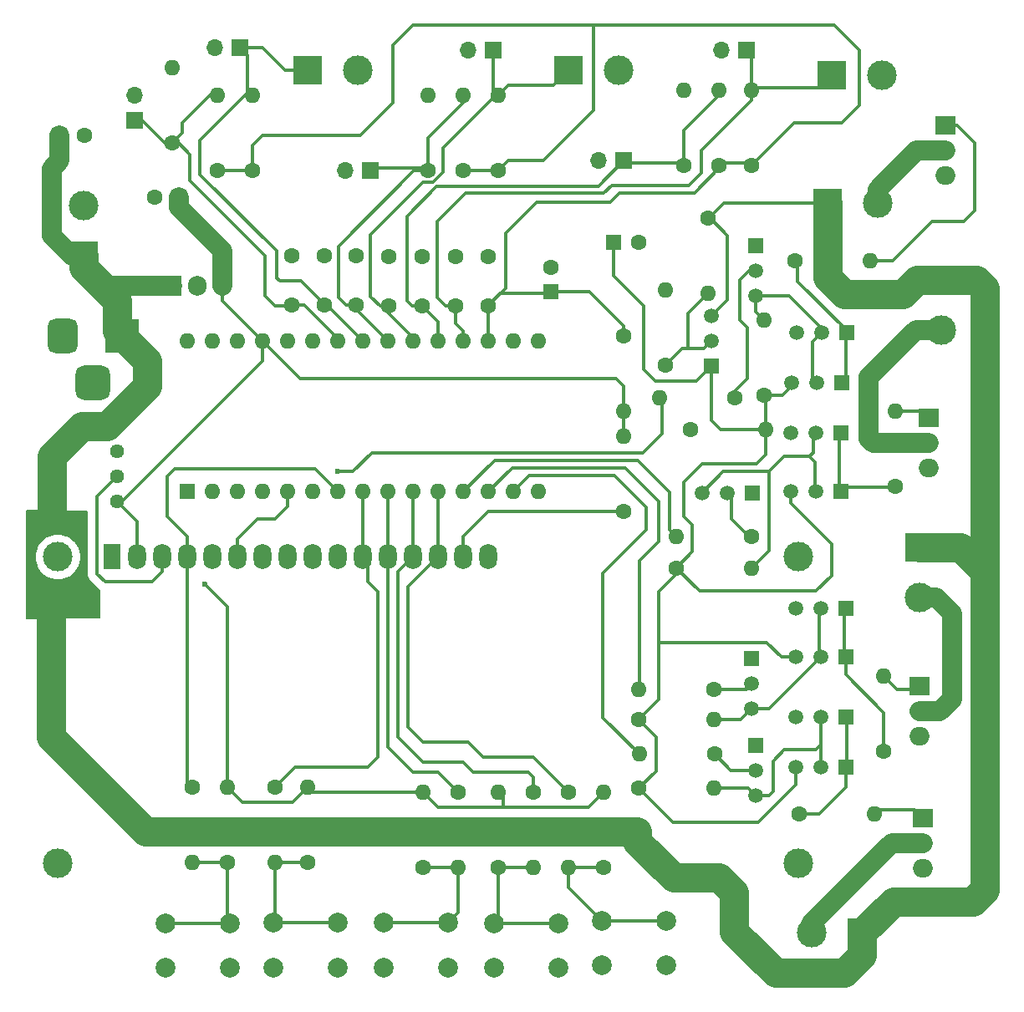
<source format=gbr>
%TF.GenerationSoftware,KiCad,Pcbnew,7.0.11+dfsg-1build4*%
%TF.CreationDate,2025-08-23T12:11:09-05:00*%
%TF.ProjectId,SilentTempController,53696c65-6e74-4546-956d-70436f6e7472,rev?*%
%TF.SameCoordinates,Original*%
%TF.FileFunction,Copper,L2,Bot*%
%TF.FilePolarity,Positive*%
%FSLAX46Y46*%
G04 Gerber Fmt 4.6, Leading zero omitted, Abs format (unit mm)*
G04 Created by KiCad (PCBNEW 7.0.11+dfsg-1build4) date 2025-08-23 12:11:09*
%MOMM*%
%LPD*%
G01*
G04 APERTURE LIST*
G04 Aperture macros list*
%AMRoundRect*
0 Rectangle with rounded corners*
0 $1 Rounding radius*
0 $2 $3 $4 $5 $6 $7 $8 $9 X,Y pos of 4 corners*
0 Add a 4 corners polygon primitive as box body*
4,1,4,$2,$3,$4,$5,$6,$7,$8,$9,$2,$3,0*
0 Add four circle primitives for the rounded corners*
1,1,$1+$1,$2,$3*
1,1,$1+$1,$4,$5*
1,1,$1+$1,$6,$7*
1,1,$1+$1,$8,$9*
0 Add four rect primitives between the rounded corners*
20,1,$1+$1,$2,$3,$4,$5,0*
20,1,$1+$1,$4,$5,$6,$7,0*
20,1,$1+$1,$6,$7,$8,$9,0*
20,1,$1+$1,$8,$9,$2,$3,0*%
G04 Aperture macros list end*
%TA.AperFunction,ComponentPad*%
%ADD10C,1.600000*%
%TD*%
%TA.AperFunction,ComponentPad*%
%ADD11O,1.600000X1.600000*%
%TD*%
%TA.AperFunction,ComponentPad*%
%ADD12C,1.500000*%
%TD*%
%TA.AperFunction,ComponentPad*%
%ADD13R,1.500000X1.500000*%
%TD*%
%TA.AperFunction,ComponentPad*%
%ADD14R,1.600000X1.600000*%
%TD*%
%TA.AperFunction,ComponentPad*%
%ADD15C,3.000000*%
%TD*%
%TA.AperFunction,ComponentPad*%
%ADD16R,3.000000X3.000000*%
%TD*%
%TA.AperFunction,ComponentPad*%
%ADD17R,2.000000X1.905000*%
%TD*%
%TA.AperFunction,ComponentPad*%
%ADD18O,2.000000X1.905000*%
%TD*%
%TA.AperFunction,ComponentPad*%
%ADD19C,2.000000*%
%TD*%
%TA.AperFunction,ComponentPad*%
%ADD20O,1.700000X1.700000*%
%TD*%
%TA.AperFunction,ComponentPad*%
%ADD21R,1.700000X1.700000*%
%TD*%
%TA.AperFunction,ComponentPad*%
%ADD22R,1.905000X2.000000*%
%TD*%
%TA.AperFunction,ComponentPad*%
%ADD23O,1.905000X2.000000*%
%TD*%
%TA.AperFunction,ComponentPad*%
%ADD24C,1.440000*%
%TD*%
%TA.AperFunction,ComponentPad*%
%ADD25R,3.500000X3.500000*%
%TD*%
%TA.AperFunction,ComponentPad*%
%ADD26RoundRect,0.750000X-0.750000X-1.000000X0.750000X-1.000000X0.750000X1.000000X-0.750000X1.000000X0*%
%TD*%
%TA.AperFunction,ComponentPad*%
%ADD27RoundRect,0.875000X-0.875000X-0.875000X0.875000X-0.875000X0.875000X0.875000X-0.875000X0.875000X0*%
%TD*%
%TA.AperFunction,ComponentPad*%
%ADD28O,1.800000X2.600000*%
%TD*%
%TA.AperFunction,ComponentPad*%
%ADD29R,1.800000X2.600000*%
%TD*%
%TA.AperFunction,ViaPad*%
%ADD30C,0.600000*%
%TD*%
%TA.AperFunction,Conductor*%
%ADD31C,2.000000*%
%TD*%
%TA.AperFunction,Conductor*%
%ADD32C,0.350000*%
%TD*%
%TA.AperFunction,Conductor*%
%ADD33C,3.000000*%
%TD*%
%TA.AperFunction,Conductor*%
%ADD34C,1.500000*%
%TD*%
G04 APERTURE END LIST*
D10*
%TO.P,R31,1*%
%TO.N,Net-(Q13-B)*%
X172313600Y-89535000D03*
D11*
%TO.P,R31,2*%
%TO.N,/OC2B*%
X164693600Y-89535000D03*
%TD*%
D10*
%TO.P,R36,1*%
%TO.N,Net-(Q17-B)*%
X165252400Y-86258400D03*
D11*
%TO.P,R36,2*%
%TO.N,GND*%
X165252400Y-78638400D03*
%TD*%
D10*
%TO.P,R35,1*%
%TO.N,GND*%
X167817800Y-92786200D03*
D11*
%TO.P,R35,2*%
%TO.N,+12V*%
X175437800Y-92786200D03*
%TD*%
D10*
%TO.P,R34,1*%
%TO.N,+24V*%
X169595800Y-71323200D03*
D11*
%TO.P,R34,2*%
%TO.N,Net-(Q17-B)*%
X169595800Y-78943200D03*
%TD*%
D12*
%TO.P,Q17,3,C*%
%TO.N,+24V*%
X169900600Y-81254600D03*
%TO.P,Q17,2,B*%
%TO.N,Net-(Q17-B)*%
X169900600Y-83794600D03*
D13*
%TO.P,Q17,1,E*%
%TO.N,+12V*%
X169900600Y-86334600D03*
%TD*%
D14*
%TO.P,C11,1*%
%TO.N,+12V*%
X160020000Y-73761600D03*
D10*
%TO.P,C11,2*%
%TO.N,GND*%
X162520000Y-73761600D03*
%TD*%
D15*
%TO.P,J14,2,Pin_2*%
%TO.N,Net-(J14-Pin_2)*%
X180086000Y-143764000D03*
D16*
%TO.P,J14,1,Pin_1*%
%TO.N,+24V*%
X185166000Y-143764000D03*
%TD*%
D10*
%TO.P,C10,2*%
%TO.N,GND*%
X127431800Y-75137000D03*
%TO.P,C10,1*%
%TO.N,/NTC3REF*%
X127431800Y-80137000D03*
%TD*%
%TO.P,C9,2*%
%TO.N,GND*%
X133934200Y-75162400D03*
%TO.P,C9,1*%
%TO.N,/NTC2REF*%
X133934200Y-80162400D03*
%TD*%
%TO.P,C8,2*%
%TO.N,GND*%
X140639800Y-75213200D03*
%TO.P,C8,1*%
%TO.N,/NTC1REF*%
X140639800Y-80213200D03*
%TD*%
D11*
%TO.P,R33,2*%
%TO.N,Net-(Q16-G)*%
X185978800Y-75641200D03*
D10*
%TO.P,R33,1*%
%TO.N,Net-(Q14-E)*%
X178358800Y-75641200D03*
%TD*%
%TO.P,R32,1*%
%TO.N,+12V*%
X175234600Y-89281000D03*
D11*
%TO.P,R32,2*%
%TO.N,Net-(Q13-C)*%
X175234600Y-81661000D03*
%TD*%
D10*
%TO.P,R30,1*%
%TO.N,Net-(Q10-E)*%
X178816000Y-131699000D03*
D11*
%TO.P,R30,2*%
%TO.N,Net-(Q12-G)*%
X186436000Y-131699000D03*
%TD*%
D10*
%TO.P,R29,1*%
%TO.N,+12V*%
X162570000Y-129100000D03*
D11*
%TO.P,R29,2*%
%TO.N,Net-(Q10-B)*%
X170190000Y-129100000D03*
%TD*%
D10*
%TO.P,R28,1*%
%TO.N,Net-(Q9-B)*%
X170220000Y-125620000D03*
D11*
%TO.P,R28,2*%
%TO.N,/OC2A*%
X162600000Y-125620000D03*
%TD*%
D10*
%TO.P,R27,1*%
%TO.N,Net-(Q6-E)*%
X187375800Y-125323600D03*
D11*
%TO.P,R27,2*%
%TO.N,Net-(Q8-G)*%
X187375800Y-117703600D03*
%TD*%
D10*
%TO.P,R26,1*%
%TO.N,+12V*%
X162560000Y-122174000D03*
D11*
%TO.P,R26,2*%
%TO.N,Net-(Q5-C)*%
X170180000Y-122174000D03*
%TD*%
D10*
%TO.P,R25,1*%
%TO.N,+12V*%
X166370000Y-106781600D03*
D11*
%TO.P,R25,2*%
%TO.N,Net-(Q1-C)*%
X173990000Y-106781600D03*
%TD*%
%TO.P,R24,2*%
%TO.N,/OC1B*%
X162560000Y-119075200D03*
D10*
%TO.P,R24,1*%
%TO.N,Net-(Q5-B)*%
X170180000Y-119075200D03*
%TD*%
%TO.P,R23,1*%
%TO.N,Net-(Q2-E)*%
X188518800Y-98552000D03*
D11*
%TO.P,R23,2*%
%TO.N,Net-(Q3-G)*%
X188518800Y-90932000D03*
%TD*%
D10*
%TO.P,R22,1*%
%TO.N,Net-(Q1-B)*%
X173990000Y-103632000D03*
D11*
%TO.P,R22,2*%
%TO.N,/OC1A*%
X166370000Y-103632000D03*
%TD*%
D17*
%TO.P,Q16,1,G*%
%TO.N,Net-(Q16-G)*%
X193649600Y-61976000D03*
D18*
%TO.P,Q16,2,D*%
%TO.N,Net-(J15-Pin_2)*%
X193649600Y-64516000D03*
%TO.P,Q16,3,S*%
%TO.N,GND*%
X193649600Y-67056000D03*
%TD*%
D13*
%TO.P,Q15,1,E*%
%TO.N,Net-(Q14-E)*%
X183591200Y-82956400D03*
D12*
%TO.P,Q15,2,B*%
%TO.N,Net-(Q13-C)*%
X181051200Y-82956400D03*
%TO.P,Q15,3,C*%
%TO.N,GND*%
X178511200Y-82956400D03*
%TD*%
D13*
%TO.P,Q14,1,E*%
%TO.N,Net-(Q14-E)*%
X183108600Y-87985600D03*
D12*
%TO.P,Q14,2,B*%
%TO.N,Net-(Q13-C)*%
X180568600Y-87985600D03*
%TO.P,Q14,3,C*%
%TO.N,+12V*%
X178028600Y-87985600D03*
%TD*%
%TO.P,Q13,3,C*%
%TO.N,Net-(Q13-C)*%
X174396400Y-79197200D03*
%TO.P,Q13,2,B*%
%TO.N,Net-(Q13-B)*%
X174396400Y-76657200D03*
D13*
%TO.P,Q13,1,E*%
%TO.N,GND*%
X174396400Y-74117200D03*
%TD*%
D18*
%TO.P,Q12,3,S*%
%TO.N,GND*%
X191287400Y-137185400D03*
%TO.P,Q12,2,D*%
%TO.N,Net-(J14-Pin_2)*%
X191287400Y-134645400D03*
D17*
%TO.P,Q12,1,G*%
%TO.N,Net-(Q12-G)*%
X191287400Y-132105400D03*
%TD*%
D13*
%TO.P,Q11,1,E*%
%TO.N,Net-(Q10-E)*%
X183515000Y-121920000D03*
D12*
%TO.P,Q11,2,B*%
%TO.N,Net-(Q10-B)*%
X180975000Y-121920000D03*
%TO.P,Q11,3,C*%
%TO.N,GND*%
X178435000Y-121920000D03*
%TD*%
D13*
%TO.P,Q10,1,E*%
%TO.N,Net-(Q10-E)*%
X183515000Y-127000000D03*
D12*
%TO.P,Q10,2,B*%
%TO.N,Net-(Q10-B)*%
X180975000Y-127000000D03*
%TO.P,Q10,3,C*%
%TO.N,+12V*%
X178435000Y-127000000D03*
%TD*%
D13*
%TO.P,Q9,1,E*%
%TO.N,GND*%
X174370000Y-124750000D03*
D12*
%TO.P,Q9,2,B*%
%TO.N,Net-(Q9-B)*%
X174370000Y-127290000D03*
%TO.P,Q9,3,C*%
%TO.N,Net-(Q10-B)*%
X174370000Y-129830000D03*
%TD*%
D18*
%TO.P,Q8,3,S*%
%TO.N,GND*%
X191008000Y-123825000D03*
%TO.P,Q8,2,D*%
%TO.N,Net-(J13-Pin_2)*%
X191008000Y-121285000D03*
D17*
%TO.P,Q8,1,G*%
%TO.N,Net-(Q8-G)*%
X191008000Y-118745000D03*
%TD*%
D13*
%TO.P,Q7,1,E*%
%TO.N,Net-(Q6-E)*%
X183515000Y-110871000D03*
D12*
%TO.P,Q7,2,B*%
%TO.N,Net-(Q5-C)*%
X180975000Y-110871000D03*
%TO.P,Q7,3,C*%
%TO.N,GND*%
X178435000Y-110871000D03*
%TD*%
D13*
%TO.P,Q6,1,E*%
%TO.N,Net-(Q6-E)*%
X183515000Y-115824000D03*
D12*
%TO.P,Q6,2,B*%
%TO.N,Net-(Q5-C)*%
X180975000Y-115824000D03*
%TO.P,Q6,3,C*%
%TO.N,+12V*%
X178435000Y-115824000D03*
%TD*%
D13*
%TO.P,Q5,1,E*%
%TO.N,GND*%
X173990000Y-115976400D03*
D12*
%TO.P,Q5,2,B*%
%TO.N,Net-(Q5-B)*%
X173990000Y-118516400D03*
%TO.P,Q5,3,C*%
%TO.N,Net-(Q5-C)*%
X173990000Y-121056400D03*
%TD*%
D13*
%TO.P,Q4,1,E*%
%TO.N,Net-(Q2-E)*%
X183007000Y-98983800D03*
D12*
%TO.P,Q4,2,B*%
%TO.N,Net-(Q1-C)*%
X180467000Y-98983800D03*
%TO.P,Q4,3,C*%
%TO.N,+12V*%
X177927000Y-98983800D03*
%TD*%
D17*
%TO.P,Q3,1,G*%
%TO.N,Net-(Q3-G)*%
X191897000Y-91541600D03*
D18*
%TO.P,Q3,2,D*%
%TO.N,Net-(J12-Pin_2)*%
X191897000Y-94081600D03*
%TO.P,Q3,3,S*%
%TO.N,GND*%
X191897000Y-96621600D03*
%TD*%
D13*
%TO.P,Q2,1,E*%
%TO.N,Net-(Q2-E)*%
X183007000Y-93091000D03*
D12*
%TO.P,Q2,2,B*%
%TO.N,Net-(Q1-C)*%
X180467000Y-93091000D03*
%TO.P,Q2,3,C*%
%TO.N,GND*%
X177927000Y-93091000D03*
%TD*%
D13*
%TO.P,Q1,1,E*%
%TO.N,GND*%
X174040800Y-99161600D03*
D12*
%TO.P,Q1,2,B*%
%TO.N,Net-(Q1-B)*%
X171500800Y-99161600D03*
%TO.P,Q1,3,C*%
%TO.N,Net-(Q1-C)*%
X168960800Y-99161600D03*
%TD*%
D16*
%TO.P,J15,1,Pin_1*%
%TO.N,+24V*%
X181660800Y-69799200D03*
D15*
%TO.P,J15,2,Pin_2*%
%TO.N,Net-(J15-Pin_2)*%
X186740800Y-69799200D03*
%TD*%
D16*
%TO.P,J13,1,Pin_1*%
%TO.N,+24V*%
X191008000Y-104698800D03*
D15*
%TO.P,J13,2,Pin_2*%
%TO.N,Net-(J13-Pin_2)*%
X191008000Y-109778800D03*
%TD*%
D16*
%TO.P,J12,1,Pin_1*%
%TO.N,+24V*%
X193192400Y-77571600D03*
D15*
%TO.P,J12,2,Pin_2*%
%TO.N,Net-(J12-Pin_2)*%
X193192400Y-82651600D03*
%TD*%
D19*
%TO.P,SW5,1,1*%
%TO.N,GND*%
X114606000Y-147320000D03*
X121106000Y-147320000D03*
%TO.P,SW5,2,2*%
%TO.N,Net-(R10-Pad2)*%
X114606000Y-142820000D03*
X121106000Y-142820000D03*
%TD*%
%TO.P,SW4,1,1*%
%TO.N,GND*%
X158802000Y-147030000D03*
X165302000Y-147030000D03*
%TO.P,SW4,2,2*%
%TO.N,Net-(R8-Pad2)*%
X158802000Y-142530000D03*
X165302000Y-142530000D03*
%TD*%
%TO.P,SW3,1,1*%
%TO.N,GND*%
X147932000Y-147320000D03*
X154432000Y-147320000D03*
%TO.P,SW3,2,2*%
%TO.N,Net-(R6-Pad2)*%
X147932000Y-142820000D03*
X154432000Y-142820000D03*
%TD*%
%TO.P,SW2,2,2*%
%TO.N,Net-(R4-Pad2)*%
X143256000Y-142748000D03*
X136756000Y-142748000D03*
%TO.P,SW2,1,1*%
%TO.N,GND*%
X143256000Y-147248000D03*
X136756000Y-147248000D03*
%TD*%
%TO.P,SW1,1,1*%
%TO.N,GND*%
X125580000Y-147248000D03*
X132080000Y-147248000D03*
%TO.P,SW1,2,2*%
%TO.N,Net-(R2-Pad2)*%
X125580000Y-142748000D03*
X132080000Y-142748000D03*
%TD*%
D10*
%TO.P,R21,1*%
%TO.N,/VREF*%
X123444000Y-66548000D03*
D11*
%TO.P,R21,2*%
%TO.N,/NTC3*%
X123444000Y-58928000D03*
%TD*%
%TO.P,R20,2*%
%TO.N,GND*%
X115265200Y-56134000D03*
D10*
%TO.P,R20,1*%
%TO.N,/NTC3REF*%
X115265200Y-63754000D03*
%TD*%
%TO.P,R19,1*%
%TO.N,/VREF*%
X119888000Y-66548000D03*
D11*
%TO.P,R19,2*%
%TO.N,/NTC3REF*%
X119888000Y-58928000D03*
%TD*%
D10*
%TO.P,R18,1*%
%TO.N,/VREF*%
X148336000Y-66548000D03*
D11*
%TO.P,R18,2*%
%TO.N,/NTC2*%
X148336000Y-58928000D03*
%TD*%
%TO.P,R17,2*%
%TO.N,GND*%
X141224000Y-58928000D03*
D10*
%TO.P,R17,1*%
%TO.N,/NTC2REF*%
X141224000Y-66548000D03*
%TD*%
%TO.P,R16,1*%
%TO.N,/VREF*%
X144780000Y-66548000D03*
D11*
%TO.P,R16,2*%
%TO.N,/NTC2REF*%
X144780000Y-58928000D03*
%TD*%
D10*
%TO.P,R15,1*%
%TO.N,/VREF*%
X173990000Y-66040000D03*
D11*
%TO.P,R15,2*%
%TO.N,/NTC1*%
X173990000Y-58420000D03*
%TD*%
%TO.P,R14,2*%
%TO.N,GND*%
X167132000Y-58420000D03*
D10*
%TO.P,R14,1*%
%TO.N,/NTC1REF*%
X167132000Y-66040000D03*
%TD*%
D11*
%TO.P,R13,2*%
%TO.N,/NTC1REF*%
X170688000Y-58420000D03*
D10*
%TO.P,R13,1*%
%TO.N,/VREF*%
X170688000Y-66040000D03*
%TD*%
%TO.P,R12,1*%
%TO.N,/VREF*%
X161036000Y-83312000D03*
D11*
%TO.P,R12,2*%
%TO.N,+5V*%
X161036000Y-90932000D03*
%TD*%
D10*
%TO.P,R11,1*%
%TO.N,Net-(R10-Pad2)*%
X120904000Y-136652000D03*
D11*
%TO.P,R11,2*%
%TO.N,+5V*%
X120904000Y-129032000D03*
%TD*%
%TO.P,R10,2*%
%TO.N,Net-(R10-Pad2)*%
X117348000Y-136652000D03*
D10*
%TO.P,R10,1*%
%TO.N,/RSDISP*%
X117348000Y-129032000D03*
%TD*%
D11*
%TO.P,R9,2*%
%TO.N,+5V*%
X159004000Y-129540000D03*
D10*
%TO.P,R9,1*%
%TO.N,Net-(R8-Pad2)*%
X159004000Y-137160000D03*
%TD*%
D11*
%TO.P,R8,2*%
%TO.N,Net-(R8-Pad2)*%
X155448000Y-137160000D03*
D10*
%TO.P,R8,1*%
%TO.N,/D7DISP*%
X155448000Y-129540000D03*
%TD*%
%TO.P,R7,1*%
%TO.N,Net-(R6-Pad2)*%
X148336000Y-137160000D03*
D11*
%TO.P,R7,2*%
%TO.N,+5V*%
X148336000Y-129540000D03*
%TD*%
D10*
%TO.P,R6,1*%
%TO.N,/D6DISP*%
X151892000Y-129540000D03*
D11*
%TO.P,R6,2*%
%TO.N,Net-(R6-Pad2)*%
X151892000Y-137160000D03*
%TD*%
D10*
%TO.P,R5,1*%
%TO.N,Net-(R4-Pad2)*%
X140716000Y-137160000D03*
D11*
%TO.P,R5,2*%
%TO.N,+5V*%
X140716000Y-129540000D03*
%TD*%
D10*
%TO.P,R4,1*%
%TO.N,/D5DISP*%
X144272000Y-129540000D03*
D11*
%TO.P,R4,2*%
%TO.N,Net-(R4-Pad2)*%
X144272000Y-137160000D03*
%TD*%
D10*
%TO.P,R3,1*%
%TO.N,Net-(R2-Pad2)*%
X129032000Y-136652000D03*
D11*
%TO.P,R3,2*%
%TO.N,+5V*%
X129032000Y-129032000D03*
%TD*%
D10*
%TO.P,R2,1*%
%TO.N,/D4DISP*%
X125730000Y-129032000D03*
D11*
%TO.P,R2,2*%
%TO.N,Net-(R2-Pad2)*%
X125730000Y-136652000D03*
%TD*%
D20*
%TO.P,J11,2,Pin_2*%
%TO.N,GND*%
X111506000Y-58928000D03*
D21*
%TO.P,J11,1,Pin_1*%
%TO.N,/NTC3REF*%
X111506000Y-61468000D03*
%TD*%
%TO.P,J10,1,Pin_1*%
%TO.N,/NTC2REF*%
X135382000Y-66548000D03*
D20*
%TO.P,J10,2,Pin_2*%
%TO.N,GND*%
X132842000Y-66548000D03*
%TD*%
D21*
%TO.P,J9,1,Pin_1*%
%TO.N,/NTC1REF*%
X161036000Y-65532000D03*
D20*
%TO.P,J9,2,Pin_2*%
%TO.N,GND*%
X158496000Y-65532000D03*
%TD*%
D16*
%TO.P,J8,1,Pin_1*%
%TO.N,/NTC3*%
X129032000Y-56388000D03*
D15*
%TO.P,J8,2,Pin_2*%
%TO.N,GND*%
X134112000Y-56388000D03*
%TD*%
D20*
%TO.P,J7,2,Pin_2*%
%TO.N,GND*%
X119634000Y-54102000D03*
D21*
%TO.P,J7,1,Pin_1*%
%TO.N,/NTC3*%
X122174000Y-54102000D03*
%TD*%
D16*
%TO.P,J6,1,Pin_1*%
%TO.N,/NTC2*%
X155448000Y-56388000D03*
D15*
%TO.P,J6,2,Pin_2*%
%TO.N,GND*%
X160528000Y-56388000D03*
%TD*%
D21*
%TO.P,J5,1,Pin_1*%
%TO.N,/NTC2*%
X147828000Y-54356000D03*
D20*
%TO.P,J5,2,Pin_2*%
%TO.N,GND*%
X145288000Y-54356000D03*
%TD*%
D16*
%TO.P,J4,1,Pin_1*%
%TO.N,/NTC1*%
X182118000Y-56896000D03*
D15*
%TO.P,J4,2,Pin_2*%
%TO.N,GND*%
X187198000Y-56896000D03*
%TD*%
D21*
%TO.P,J3,1,Pin_1*%
%TO.N,/NTC1*%
X173482000Y-54356000D03*
D20*
%TO.P,J3,2,Pin_2*%
%TO.N,GND*%
X170942000Y-54356000D03*
%TD*%
D10*
%TO.P,C7,1*%
%TO.N,/NTC3*%
X130683000Y-80162400D03*
%TO.P,C7,2*%
%TO.N,GND*%
X130683000Y-75162400D03*
%TD*%
%TO.P,C6,1*%
%TO.N,/NTC2*%
X137236200Y-80238600D03*
%TO.P,C6,2*%
%TO.N,GND*%
X137236200Y-75238600D03*
%TD*%
%TO.P,C5,1*%
%TO.N,/NTC1*%
X143992600Y-80213200D03*
%TO.P,C5,2*%
%TO.N,GND*%
X143992600Y-75213200D03*
%TD*%
D14*
%TO.P,C4,1*%
%TO.N,/VREF*%
X153644600Y-78816200D03*
D10*
%TO.P,C4,2*%
%TO.N,GND*%
X153644600Y-76316200D03*
%TD*%
%TO.P,C3,1*%
%TO.N,/VREF*%
X147294600Y-80213200D03*
%TO.P,C3,2*%
%TO.N,GND*%
X147294600Y-75213200D03*
%TD*%
D22*
%TO.P,U1,1,VI*%
%TO.N,+24V*%
X115316000Y-78232000D03*
D23*
%TO.P,U1,2,GND*%
%TO.N,GND*%
X117856000Y-78232000D03*
%TO.P,U1,3,VO*%
%TO.N,+5V*%
X120396000Y-78232000D03*
%TD*%
D24*
%TO.P,RV1,1,1*%
%TO.N,+5V*%
X109728000Y-100076000D03*
%TO.P,RV1,2,2*%
%TO.N,Net-(DS1-VO)*%
X109728000Y-97536000D03*
%TO.P,RV1,3,3*%
%TO.N,GND*%
X109728000Y-94996000D03*
%TD*%
D10*
%TO.P,R1,1*%
%TO.N,Net-(DS1-LED(+))*%
X161036000Y-101092000D03*
D11*
%TO.P,R1,2*%
%TO.N,+5V*%
X161036000Y-93472000D03*
%TD*%
D16*
%TO.P,J2,1,Pin_1*%
%TO.N,+24V*%
X106324400Y-75133200D03*
D15*
%TO.P,J2,2,Pin_2*%
%TO.N,GND*%
X106324400Y-70053200D03*
%TD*%
D25*
%TO.P,J1,1*%
%TO.N,+24V*%
X110236000Y-83312000D03*
D26*
%TO.P,J1,2*%
%TO.N,GND*%
X104236000Y-83312000D03*
D27*
%TO.P,J1,3*%
%TO.N,unconnected-(J1-Pad3)*%
X107236000Y-88012000D03*
%TD*%
D28*
%TO.P,DS1,16,LED(-)*%
%TO.N,GND*%
X147320000Y-105664000D03*
%TO.P,DS1,15,LED(+)*%
%TO.N,Net-(DS1-LED(+))*%
X144780000Y-105664000D03*
%TO.P,DS1,14,D7*%
%TO.N,/D7DISP*%
X142240000Y-105664000D03*
%TO.P,DS1,13,D6*%
%TO.N,/D6DISP*%
X139700000Y-105664000D03*
%TO.P,DS1,12,D5*%
%TO.N,/D5DISP*%
X137160000Y-105664000D03*
%TO.P,DS1,11,D4*%
%TO.N,/D4DISP*%
X134620000Y-105664000D03*
%TO.P,DS1,10,D3*%
%TO.N,unconnected-(DS1-D3-Pad10)*%
X132080000Y-105664000D03*
%TO.P,DS1,9,D2*%
%TO.N,unconnected-(DS1-D2-Pad9)*%
X129540000Y-105664000D03*
%TO.P,DS1,8,D1*%
%TO.N,unconnected-(DS1-D1-Pad8)*%
X127000000Y-105664000D03*
%TO.P,DS1,7,D0*%
%TO.N,unconnected-(DS1-D0-Pad7)*%
X124460000Y-105664000D03*
%TO.P,DS1,6,E*%
%TO.N,/EDISP*%
X121920000Y-105664000D03*
%TO.P,DS1,5,R/W*%
%TO.N,GND*%
X119380000Y-105664000D03*
%TO.P,DS1,4,RS*%
%TO.N,/RSDISP*%
X116840000Y-105664000D03*
%TO.P,DS1,3,VO*%
%TO.N,Net-(DS1-VO)*%
X114300000Y-105664000D03*
%TO.P,DS1,2,VDD*%
%TO.N,+5V*%
X111760000Y-105664000D03*
D29*
%TO.P,DS1,1,VSS*%
%TO.N,GND*%
X109220000Y-105664000D03*
D15*
%TO.P,DS1,*%
%TO.N,*%
X178720000Y-105664000D03*
X103720900Y-136664700D03*
X103720900Y-105664000D03*
X178719480Y-136664700D03*
%TD*%
D14*
%TO.P,C2,1*%
%TO.N,+24V*%
X103886000Y-62992000D03*
D10*
%TO.P,C2,2*%
%TO.N,GND*%
X106386000Y-62992000D03*
%TD*%
D14*
%TO.P,C1,1*%
%TO.N,+5V*%
X115976400Y-69189600D03*
D10*
%TO.P,C1,2*%
%TO.N,GND*%
X113476400Y-69189600D03*
%TD*%
D14*
%TO.P,A1,1,D1/TX*%
%TO.N,unconnected-(A1-D1{slash}TX-Pad1)*%
X116840000Y-99060000D03*
D11*
%TO.P,A1,2,D0/RX*%
%TO.N,unconnected-(A1-D0{slash}RX-Pad2)*%
X119380000Y-99060000D03*
%TO.P,A1,3,~{RESET}*%
%TO.N,unconnected-(A1-~{RESET}-Pad3)*%
X121920000Y-99060000D03*
%TO.P,A1,4,GND*%
%TO.N,GND*%
X124460000Y-99060000D03*
%TO.P,A1,5,D2*%
%TO.N,/EDISP*%
X127000000Y-99060000D03*
%TO.P,A1,6,D3*%
%TO.N,/OC2B*%
X129540000Y-99060000D03*
%TO.P,A1,7,D4*%
%TO.N,/RSDISP*%
X132080000Y-99060000D03*
%TO.P,A1,8,D5*%
%TO.N,/D4DISP*%
X134620000Y-99060000D03*
%TO.P,A1,9,D6*%
%TO.N,/D5DISP*%
X137160000Y-99060000D03*
%TO.P,A1,10,D7*%
%TO.N,/D6DISP*%
X139700000Y-99060000D03*
%TO.P,A1,11,D8*%
%TO.N,/D7DISP*%
X142240000Y-99060000D03*
%TO.P,A1,12,D9*%
%TO.N,/OC1A*%
X144780000Y-99060000D03*
%TO.P,A1,13,D10*%
%TO.N,/OC1B*%
X147320000Y-99060000D03*
%TO.P,A1,14,D11*%
%TO.N,/OC2A*%
X149860000Y-99060000D03*
%TO.P,A1,15,D12*%
%TO.N,unconnected-(A1-D12-Pad15)*%
X152400000Y-99060000D03*
%TO.P,A1,16,D13*%
%TO.N,unconnected-(A1-D13-Pad16)*%
X152400000Y-83820000D03*
%TO.P,A1,17,3V3*%
%TO.N,unconnected-(A1-3V3-Pad17)*%
X149860000Y-83820000D03*
%TO.P,A1,18,AREF*%
%TO.N,/VREF*%
X147320000Y-83820000D03*
%TO.P,A1,19,A0*%
%TO.N,/NTC1*%
X144780000Y-83820000D03*
%TO.P,A1,20,A1*%
%TO.N,/NTC1REF*%
X142240000Y-83820000D03*
%TO.P,A1,21,A2*%
%TO.N,/NTC2*%
X139700000Y-83820000D03*
%TO.P,A1,22,A3*%
%TO.N,/NTC2REF*%
X137160000Y-83820000D03*
%TO.P,A1,23,A4*%
%TO.N,/NTC3*%
X134620000Y-83820000D03*
%TO.P,A1,24,A5*%
%TO.N,/NTC3REF*%
X132080000Y-83820000D03*
%TO.P,A1,25,A6*%
%TO.N,unconnected-(A1-A6-Pad25)*%
X129540000Y-83820000D03*
%TO.P,A1,26,A7*%
%TO.N,unconnected-(A1-A7-Pad26)*%
X127000000Y-83820000D03*
%TO.P,A1,27,+5V*%
%TO.N,+5V*%
X124460000Y-83820000D03*
%TO.P,A1,28,~{RESET}*%
%TO.N,unconnected-(A1-~{RESET}-Pad28)*%
X121920000Y-83820000D03*
%TO.P,A1,29,GND*%
%TO.N,GND*%
X119380000Y-83820000D03*
%TO.P,A1,30,VIN*%
%TO.N,unconnected-(A1-VIN-Pad30)*%
X116840000Y-83820000D03*
%TD*%
D30*
%TO.N,/OC2B*%
X132080000Y-97028000D03*
%TO.N,+5V*%
X118618000Y-108458000D03*
%TD*%
D31*
%TO.N,Net-(J12-Pin_2)*%
X185851800Y-93649800D02*
X185851800Y-87452200D01*
X191871600Y-94107000D02*
X186309000Y-94107000D01*
X185851800Y-87452200D02*
X190652400Y-82651600D01*
X191897000Y-94081600D02*
X191871600Y-94107000D01*
D32*
%TO.N,Net-(Q3-G)*%
X191287400Y-90932000D02*
X191897000Y-91541600D01*
X188518800Y-90932000D02*
X191287400Y-90932000D01*
D31*
%TO.N,Net-(J12-Pin_2)*%
X186309000Y-94107000D02*
X185851800Y-93649800D01*
X190652400Y-82651600D02*
X193192400Y-82651600D01*
%TO.N,Net-(J15-Pin_2)*%
X193649600Y-64516000D02*
X190677800Y-64516000D01*
X186740800Y-68453000D02*
X186740800Y-69799200D01*
X190677800Y-64516000D02*
X186740800Y-68453000D01*
D32*
%TO.N,Net-(Q16-G)*%
X185978800Y-75641200D02*
X188264800Y-75641200D01*
X196545200Y-63703200D02*
X194818000Y-61976000D01*
X188264800Y-75641200D02*
X192227200Y-71678800D01*
X192227200Y-71678800D02*
X195478400Y-71678800D01*
X195478400Y-71678800D02*
X196545200Y-70612000D01*
X196545200Y-70612000D02*
X196545200Y-63703200D01*
X194818000Y-61976000D02*
X193649600Y-61976000D01*
%TO.N,Net-(Q8-G)*%
X187375800Y-117703600D02*
X188722000Y-119049800D01*
X188722000Y-119049800D02*
X190703200Y-119049800D01*
X190703200Y-119049800D02*
X191008000Y-118745000D01*
D31*
%TO.N,Net-(J13-Pin_2)*%
X194259200Y-111353600D02*
X192684400Y-109778800D01*
X194259200Y-120065800D02*
X194259200Y-111353600D01*
X191008000Y-121285000D02*
X193040000Y-121285000D01*
X192684400Y-109778800D02*
X191008000Y-109778800D01*
X193040000Y-121285000D02*
X194259200Y-120065800D01*
D32*
%TO.N,Net-(Q6-E)*%
X183515000Y-117602000D02*
X187375800Y-121462800D01*
X183515000Y-115824000D02*
X183515000Y-117602000D01*
X187375800Y-121462800D02*
X187375800Y-125323600D01*
D31*
%TO.N,Net-(J14-Pin_2)*%
X180086000Y-142748000D02*
X180086000Y-143764000D01*
D32*
%TO.N,Net-(Q12-G)*%
X191287400Y-132105400D02*
X190500000Y-131318000D01*
D31*
%TO.N,Net-(J14-Pin_2)*%
X188188600Y-134645400D02*
X180086000Y-142748000D01*
X191287400Y-134645400D02*
X188188600Y-134645400D01*
D32*
%TO.N,Net-(Q12-G)*%
X190500000Y-131318000D02*
X186817000Y-131318000D01*
X186817000Y-131318000D02*
X186436000Y-131699000D01*
D33*
%TO.N,+24V*%
X197612000Y-107188000D02*
X197612000Y-139319000D01*
X197612000Y-139319000D02*
X197612000Y-139446000D01*
X188366400Y-140563600D02*
X196367400Y-140563600D01*
X185166000Y-143764000D02*
X188366400Y-140563600D01*
X196367400Y-140563600D02*
X197612000Y-139319000D01*
D32*
%TO.N,Net-(Q17-B)*%
X167513000Y-84582000D02*
X166928800Y-84582000D01*
X169113200Y-84582000D02*
X167513000Y-84582000D01*
X167513000Y-84582000D02*
X167513000Y-81026000D01*
X167513000Y-81026000D02*
X169595800Y-78943200D01*
X166928800Y-84582000D02*
X165252400Y-86258400D01*
%TO.N,+12V*%
X168402000Y-87833200D02*
X169900600Y-86334600D01*
%TO.N,+24V*%
X171551600Y-79603600D02*
X169900600Y-81254600D01*
X169799000Y-71323200D02*
X171551600Y-73075800D01*
%TO.N,+12V*%
X160020000Y-77165200D02*
X163042600Y-80187800D01*
%TO.N,+24V*%
X169595800Y-71323200D02*
X169799000Y-71323200D01*
%TO.N,+12V*%
X160020000Y-73761600D02*
X160020000Y-77165200D01*
%TO.N,+24V*%
X171551600Y-73075800D02*
X171551600Y-79603600D01*
%TO.N,Net-(Q17-B)*%
X169900600Y-83794600D02*
X169113200Y-84582000D01*
%TO.N,+12V*%
X163042600Y-80187800D02*
X163042600Y-86639400D01*
X163042600Y-86639400D02*
X164236400Y-87833200D01*
X164236400Y-87833200D02*
X168402000Y-87833200D01*
X169900600Y-86334600D02*
X169875200Y-86360000D01*
X169875200Y-86360000D02*
X169875200Y-91821000D01*
X169875200Y-91821000D02*
X170840400Y-92786200D01*
X170840400Y-92786200D02*
X175437800Y-92786200D01*
%TO.N,/VREF*%
X153644600Y-78816200D02*
X157556200Y-78816200D01*
X147294600Y-80213200D02*
X148513800Y-78994000D01*
X157556200Y-78816200D02*
X161036000Y-82296000D01*
X148513800Y-78994000D02*
X153466800Y-78994000D01*
X153466800Y-78994000D02*
X153644600Y-78816200D01*
X161036000Y-82296000D02*
X161036000Y-83312000D01*
X170688000Y-66040000D02*
X170688000Y-66294000D01*
X160629600Y-68783200D02*
X159689800Y-69723000D01*
X170688000Y-66294000D02*
X168198800Y-68783200D01*
X152222200Y-69723000D02*
X149047200Y-72898000D01*
X149047200Y-78460600D02*
X147294600Y-80213200D01*
X168198800Y-68783200D02*
X160629600Y-68783200D01*
X159689800Y-69723000D02*
X152222200Y-69723000D01*
X149047200Y-72898000D02*
X149047200Y-78460600D01*
X147320000Y-83820000D02*
X147320000Y-80238600D01*
X147320000Y-80238600D02*
X147294600Y-80213200D01*
%TO.N,/NTC1*%
X142138400Y-71678800D02*
X142138400Y-79400400D01*
X159004000Y-68834000D02*
X144983200Y-68834000D01*
X144983200Y-68834000D02*
X142138400Y-71678800D01*
X159842200Y-67995800D02*
X159004000Y-68834000D01*
X167640000Y-67995800D02*
X159842200Y-67995800D01*
X168910000Y-66725800D02*
X167640000Y-67995800D01*
X173990000Y-59436000D02*
X168910000Y-64516000D01*
X173990000Y-58420000D02*
X173990000Y-59436000D01*
X168910000Y-64516000D02*
X168910000Y-66725800D01*
X142962000Y-80224000D02*
X143981800Y-80224000D01*
X143992600Y-81976600D02*
X144780000Y-82764000D01*
X142138400Y-79400400D02*
X142962000Y-80224000D01*
X143981800Y-80224000D02*
X143992600Y-80213200D01*
X143992600Y-80213200D02*
X143992600Y-81976600D01*
X144780000Y-82764000D02*
X144780000Y-83820000D01*
%TO.N,/NTC1REF*%
X161036000Y-65532000D02*
X158445200Y-68122800D01*
X158445200Y-68122800D02*
X142088719Y-68122800D01*
X142088719Y-68122800D02*
X139065000Y-71146519D01*
X139065000Y-71146519D02*
X139065000Y-79756000D01*
X139065000Y-79756000D02*
X139573000Y-80264000D01*
X139573000Y-80264000D02*
X140589000Y-80264000D01*
X140589000Y-80264000D02*
X140639800Y-80213200D01*
X142240000Y-83820000D02*
X142240000Y-81813400D01*
X142240000Y-81813400D02*
X140639800Y-80213200D01*
%TO.N,/NTC2*%
X139700000Y-83820000D02*
X139700000Y-83439000D01*
X139700000Y-83439000D02*
X137236200Y-80975200D01*
X137236200Y-80975200D02*
X137236200Y-80238600D01*
X135356600Y-79273400D02*
X136347200Y-80264000D01*
X136347200Y-80264000D02*
X137210800Y-80264000D01*
X135356600Y-73025000D02*
X135356600Y-79273400D01*
X140658600Y-67723000D02*
X135356600Y-73025000D01*
X141710701Y-67723000D02*
X140658600Y-67723000D01*
X148336000Y-58928000D02*
X148082000Y-58928000D01*
X142748000Y-66685701D02*
X141710701Y-67723000D01*
X148082000Y-58928000D02*
X142748000Y-64262000D01*
X142748000Y-64262000D02*
X142748000Y-66685701D01*
X137210800Y-80264000D02*
X137236200Y-80238600D01*
%TO.N,/NTC2REF*%
X133934200Y-80162400D02*
X133934200Y-80594200D01*
X133934200Y-80594200D02*
X137160000Y-83820000D01*
X141224000Y-66548000D02*
X139801600Y-66548000D01*
X139801600Y-66548000D02*
X132156200Y-74193400D01*
X132156200Y-74193400D02*
X132156200Y-79375000D01*
X132156200Y-79375000D02*
X132943600Y-80162400D01*
X132943600Y-80162400D02*
X133934200Y-80162400D01*
%TO.N,/NTC3*%
X123444000Y-58928000D02*
X122682000Y-58928000D01*
X118110000Y-63500000D02*
X118110000Y-66929000D01*
X122682000Y-58928000D02*
X118110000Y-63500000D01*
X118110000Y-66929000D02*
X125857000Y-74676000D01*
X125857000Y-74676000D02*
X125857000Y-77393800D01*
X125857000Y-77393800D02*
X126187200Y-77724000D01*
X126187200Y-77724000D02*
X128371600Y-77724000D01*
X128371600Y-77724000D02*
X130683000Y-80035400D01*
X130683000Y-80035400D02*
X130683000Y-80162400D01*
X130962400Y-80162400D02*
X130683000Y-80162400D01*
X134620000Y-83820000D02*
X130962400Y-80162400D01*
%TO.N,/NTC3REF*%
X127431800Y-80137000D02*
X128701800Y-80137000D01*
X128701800Y-80137000D02*
X132080000Y-83515200D01*
X132080000Y-83515200D02*
X132080000Y-83820000D01*
X117094000Y-67564000D02*
X124714000Y-75184000D01*
X115265200Y-63754000D02*
X115976400Y-63754000D01*
X124714000Y-75184000D02*
X124714000Y-79248000D01*
X115976400Y-63754000D02*
X117094000Y-64871600D01*
X117094000Y-64871600D02*
X117094000Y-67564000D01*
X124714000Y-79248000D02*
X125730000Y-80264000D01*
X125730000Y-80264000D02*
X127304800Y-80264000D01*
X127304800Y-80264000D02*
X127431800Y-80137000D01*
%TO.N,+12V*%
X178435000Y-127000000D02*
X178435000Y-128727200D01*
X178435000Y-128727200D02*
X174650400Y-132511800D01*
X174650400Y-132511800D02*
X165981800Y-132511800D01*
X165981800Y-132511800D02*
X162570000Y-129100000D01*
%TO.N,Net-(Q10-B)*%
X174370000Y-129830000D02*
X175732000Y-129830000D01*
X175732000Y-129830000D02*
X176149000Y-129413000D01*
X176149000Y-129413000D02*
X176149000Y-126339600D01*
X176149000Y-126339600D02*
X177266600Y-125222000D01*
X177266600Y-125222000D02*
X180467000Y-125222000D01*
X180975000Y-124714000D02*
X180975000Y-124053600D01*
X180467000Y-125222000D02*
X180975000Y-124714000D01*
%TO.N,+12V*%
X177927000Y-98983800D02*
X177927000Y-100203000D01*
X177927000Y-100203000D02*
X182067200Y-104343200D01*
X182067200Y-104343200D02*
X182067200Y-107569000D01*
X182067200Y-107569000D02*
X180517800Y-109118400D01*
X180517800Y-109118400D02*
X168706800Y-109118400D01*
X168706800Y-109118400D02*
X166370000Y-106781600D01*
%TO.N,Net-(Q13-B)*%
X174396400Y-76657200D02*
X173710600Y-76657200D01*
X173710600Y-76657200D02*
X172745400Y-77622400D01*
X172745400Y-77622400D02*
X172745400Y-81635600D01*
X172745400Y-81635600D02*
X173558200Y-82448400D01*
X173558200Y-82448400D02*
X173558200Y-87579200D01*
X173558200Y-87579200D02*
X172313600Y-88823800D01*
X172313600Y-88823800D02*
X172313600Y-89535000D01*
%TO.N,/OC2B*%
X164693600Y-89535000D02*
X164871400Y-89712800D01*
X164871400Y-93192600D02*
X162954000Y-95110000D01*
X164871400Y-89712800D02*
X164871400Y-93192600D01*
X135522000Y-95110000D02*
X133604000Y-97028000D01*
X162954000Y-95110000D02*
X135522000Y-95110000D01*
X133604000Y-97028000D02*
X132080000Y-97028000D01*
%TO.N,Net-(Q13-C)*%
X174396400Y-80822800D02*
X174396400Y-79197200D01*
%TO.N,+12V*%
X177114200Y-89281000D02*
X178028600Y-88366600D01*
X175234600Y-89281000D02*
X177114200Y-89281000D01*
X175234600Y-89281000D02*
X175437800Y-89484200D01*
X175437800Y-89484200D02*
X175437800Y-92786200D01*
X175234600Y-89281000D02*
X175361600Y-89281000D01*
%TO.N,Net-(Q13-C)*%
X175234600Y-81661000D02*
X174396400Y-80822800D01*
%TO.N,+12V*%
X175361600Y-89281000D02*
X175412400Y-89331800D01*
X178028600Y-88366600D02*
X178028600Y-87985600D01*
X166370000Y-106781600D02*
X167995600Y-105156000D01*
X167132000Y-98094800D02*
X169011600Y-96215200D01*
X167995600Y-105156000D02*
X167995600Y-102412800D01*
X167132000Y-101549200D02*
X167132000Y-98094800D01*
X167995600Y-102412800D02*
X167132000Y-101549200D01*
X169011600Y-96215200D02*
X174498000Y-96215200D01*
X174498000Y-96215200D02*
X175437800Y-95275400D01*
X175437800Y-95275400D02*
X175437800Y-92786200D01*
%TO.N,+24V*%
X171196000Y-69799200D02*
X181660800Y-69799200D01*
X169595800Y-71323200D02*
X169672000Y-71323200D01*
X169672000Y-71323200D02*
X171196000Y-69799200D01*
%TO.N,Net-(Q2-E)*%
X183007000Y-98983800D02*
X183388000Y-98602800D01*
X183388000Y-98602800D02*
X188468000Y-98602800D01*
X188468000Y-98602800D02*
X188518800Y-98552000D01*
X183007000Y-93091000D02*
X182854600Y-93243400D01*
X182854600Y-93243400D02*
X182854600Y-98831400D01*
X182854600Y-98831400D02*
X183007000Y-98983800D01*
%TO.N,Net-(Q1-C)*%
X179832000Y-95504000D02*
X180238400Y-95097600D01*
X180238400Y-95097600D02*
X180238400Y-93319600D01*
X180238400Y-93319600D02*
X180467000Y-93091000D01*
X180467000Y-98983800D02*
X180390800Y-98907600D01*
X180390800Y-98907600D02*
X180390800Y-96062800D01*
X180390800Y-96062800D02*
X179832000Y-95504000D01*
%TO.N,Net-(Q13-C)*%
X181051200Y-82956400D02*
X180162200Y-83845400D01*
X180162200Y-87579200D02*
X180568600Y-87985600D01*
X180162200Y-83845400D02*
X180162200Y-87579200D01*
%TO.N,Net-(Q14-E)*%
X183591200Y-82956400D02*
X183565800Y-82981800D01*
X183565800Y-82981800D02*
X183565800Y-87528400D01*
X183565800Y-87528400D02*
X183108600Y-87985600D01*
X183591200Y-82702400D02*
X183591200Y-82956400D01*
X178358800Y-75641200D02*
X178638200Y-75920600D01*
X178638200Y-75920600D02*
X178638200Y-77749400D01*
X178638200Y-77749400D02*
X183591200Y-82702400D01*
%TO.N,Net-(Q13-C)*%
X181051200Y-82956400D02*
X181051200Y-82473800D01*
X181051200Y-82473800D02*
X177774600Y-79197200D01*
X177774600Y-79197200D02*
X174396400Y-79197200D01*
%TO.N,/OC1A*%
X166370000Y-103632000D02*
X165658800Y-102920800D01*
X165658800Y-99110800D02*
X162428000Y-95880000D01*
X165658800Y-102920800D02*
X165658800Y-99110800D01*
X162428000Y-95880000D02*
X147960000Y-95880000D01*
X147960000Y-95880000D02*
X144780000Y-99060000D01*
D33*
%TO.N,+24V*%
X193192400Y-77571600D02*
X190754000Y-77571600D01*
X190754000Y-77571600D02*
X189280800Y-79044800D01*
X189280800Y-79044800D02*
X183337200Y-79044800D01*
X183337200Y-79044800D02*
X181660800Y-77368400D01*
X181660800Y-77368400D02*
X181660800Y-69799200D01*
D32*
%TO.N,Net-(Q10-B)*%
X180975000Y-124053600D02*
X180975000Y-121920000D01*
X180975000Y-124053600D02*
X180975000Y-127000000D01*
%TO.N,+12V*%
X164592000Y-114350800D02*
X175514000Y-114350800D01*
X175514000Y-114350800D02*
X176987200Y-115824000D01*
X176987200Y-115824000D02*
X178435000Y-115824000D01*
X164592000Y-114350800D02*
X164592000Y-120142000D01*
X164592000Y-109220000D02*
X164592000Y-114350800D01*
%TO.N,Net-(Q5-C)*%
X173990000Y-121056400D02*
X175742600Y-121056400D01*
X175742600Y-121056400D02*
X180975000Y-115824000D01*
X170180000Y-122174000D02*
X172872400Y-122174000D01*
X172872400Y-122174000D02*
X173990000Y-121056400D01*
%TO.N,Net-(Q5-B)*%
X170180000Y-119075200D02*
X173431200Y-119075200D01*
X173431200Y-119075200D02*
X173990000Y-118516400D01*
%TO.N,/OC1B*%
X162560000Y-119075200D02*
X162640000Y-118995200D01*
X162640000Y-118995200D02*
X162640000Y-106092000D01*
X162640000Y-106092000D02*
X164592000Y-104140000D01*
X164592000Y-100052000D02*
X161180000Y-96640000D01*
X164592000Y-104140000D02*
X164592000Y-100052000D01*
X161180000Y-96640000D02*
X149740000Y-96640000D01*
X149740000Y-96640000D02*
X147320000Y-99060000D01*
%TO.N,+12V*%
X166370000Y-106781600D02*
X166370000Y-107442000D01*
X162560000Y-122174000D02*
X164287200Y-123901200D01*
X164287200Y-123901200D02*
X164287200Y-127382800D01*
X164592000Y-120142000D02*
X162560000Y-122174000D01*
X164287200Y-127382800D02*
X162570000Y-129100000D01*
X166370000Y-107442000D02*
X164592000Y-109220000D01*
%TO.N,Net-(Q1-C)*%
X175768000Y-97028000D02*
X171094400Y-97028000D01*
X171094400Y-97028000D02*
X168960800Y-99161600D01*
%TO.N,Net-(Q1-B)*%
X171500800Y-99161600D02*
X171907200Y-99568000D01*
X171907200Y-99568000D02*
X171907200Y-101803200D01*
X173736000Y-103632000D02*
X173990000Y-103632000D01*
X171907200Y-101803200D02*
X173736000Y-103632000D01*
%TO.N,Net-(Q1-C)*%
X175768000Y-97028000D02*
X175768000Y-105003600D01*
X175768000Y-105003600D02*
X173990000Y-106781600D01*
X177292000Y-95504000D02*
X175768000Y-97028000D01*
X179832000Y-95504000D02*
X177292000Y-95504000D01*
%TO.N,Net-(R2-Pad2)*%
X132080000Y-142748000D02*
X125580000Y-142748000D01*
D31*
%TO.N,+24V*%
X103886000Y-62992000D02*
X103886000Y-65532000D01*
X103886000Y-65532000D02*
X103073200Y-66344800D01*
X103073200Y-66344800D02*
X103073200Y-71018400D01*
X103124000Y-71069200D02*
X103124000Y-73152000D01*
X103073200Y-71018400D02*
X103124000Y-71069200D01*
X103124000Y-73152000D02*
X105105200Y-75133200D01*
X105105200Y-75133200D02*
X106324400Y-75133200D01*
D33*
X106324400Y-75133200D02*
X106324400Y-76352400D01*
D31*
X108204000Y-78232000D02*
X106324400Y-76352400D01*
X115316000Y-78232000D02*
X108204000Y-78232000D01*
D33*
X109728000Y-82804000D02*
X110236000Y-83312000D01*
X106324400Y-76352400D02*
X109728000Y-79756000D01*
X109728000Y-79756000D02*
X109728000Y-82804000D01*
D31*
%TO.N,+5V*%
X115976400Y-69189600D02*
X115976400Y-70256400D01*
X115976400Y-70256400D02*
X120396000Y-74676000D01*
X120396000Y-74676000D02*
X120396000Y-78232000D01*
D32*
%TO.N,/NTC3REF*%
X119888000Y-58928000D02*
X119126000Y-58928000D01*
X116332000Y-61722000D02*
X116332000Y-62687200D01*
X114554000Y-63754000D02*
X115265200Y-63754000D01*
X112268000Y-61468000D02*
X114554000Y-63754000D01*
X119126000Y-58928000D02*
X116332000Y-61722000D01*
X111506000Y-61468000D02*
X112268000Y-61468000D01*
X116332000Y-62687200D02*
X115265200Y-63754000D01*
D33*
%TO.N,+24V*%
X195122800Y-104698800D02*
X191008000Y-104698800D01*
X197612000Y-107188000D02*
X195122800Y-104698800D01*
X196748400Y-77571600D02*
X193192400Y-77571600D01*
X197612000Y-78435200D02*
X196748400Y-77571600D01*
X197612000Y-107188000D02*
X197612000Y-78435200D01*
X185166000Y-143764000D02*
X185166000Y-146050000D01*
X185166000Y-146050000D02*
X183388000Y-147828000D01*
X183388000Y-147828000D02*
X176403000Y-147828000D01*
X176403000Y-147828000D02*
X172212000Y-143637000D01*
X172212000Y-143637000D02*
X172212000Y-139700000D01*
D32*
%TO.N,Net-(Q10-E)*%
X183515000Y-127000000D02*
X183515000Y-129032000D01*
X183515000Y-129032000D02*
X180848000Y-131699000D01*
X180848000Y-131699000D02*
X178816000Y-131699000D01*
%TO.N,+24V*%
X172339000Y-138176000D02*
X170688000Y-138176000D01*
%TO.N,Net-(Q10-E)*%
X183640000Y-122045000D02*
X183515000Y-121920000D01*
X183640000Y-126875000D02*
X183640000Y-122045000D01*
X183515000Y-127000000D02*
X183640000Y-126875000D01*
%TO.N,+24V*%
X172212000Y-138176000D02*
X172212000Y-139700000D01*
%TO.N,Net-(Q10-E)*%
X183620000Y-126216000D02*
X183620000Y-122025000D01*
X183620000Y-122025000D02*
X183515000Y-121920000D01*
%TO.N,Net-(Q6-E)*%
X183388000Y-115697000D02*
X183515000Y-115824000D01*
X183388000Y-110998000D02*
X183388000Y-115697000D01*
X183515000Y-110871000D02*
X183388000Y-110998000D01*
%TO.N,Net-(Q5-C)*%
X180848000Y-115697000D02*
X180975000Y-115824000D01*
X180975000Y-110871000D02*
X180848000Y-110998000D01*
X180848000Y-110998000D02*
X180848000Y-115697000D01*
%TO.N,/VREF*%
X157988000Y-51816000D02*
X182372000Y-51816000D01*
X182372000Y-51816000D02*
X184912000Y-54356000D01*
X184912000Y-54356000D02*
X184912000Y-59944000D01*
X183134000Y-61722000D02*
X178308000Y-61722000D01*
X184912000Y-59944000D02*
X183134000Y-61722000D01*
X178308000Y-61722000D02*
X173990000Y-66040000D01*
%TO.N,/NTC1*%
X182118000Y-56896000D02*
X180848000Y-58166000D01*
X180848000Y-58166000D02*
X174244000Y-58166000D01*
X174244000Y-58166000D02*
X173990000Y-58420000D01*
X173482000Y-54356000D02*
X173990000Y-54864000D01*
X173990000Y-54864000D02*
X173990000Y-58420000D01*
%TO.N,/VREF*%
X173736000Y-65786000D02*
X170942000Y-65786000D01*
X170942000Y-65786000D02*
X170688000Y-66040000D01*
X173990000Y-66040000D02*
X173736000Y-65786000D01*
%TO.N,/NTC1REF*%
X170688000Y-58928000D02*
X170688000Y-58420000D01*
X167132000Y-62484000D02*
X170688000Y-58928000D01*
X167132000Y-66040000D02*
X167132000Y-62484000D01*
X166878000Y-65786000D02*
X161290000Y-65786000D01*
X161290000Y-65786000D02*
X161036000Y-65532000D01*
X167132000Y-66040000D02*
X166878000Y-65786000D01*
%TO.N,/OC2A*%
X149860000Y-99060000D02*
X151490000Y-97430000D01*
X151490000Y-97430000D02*
X160100000Y-97430000D01*
X163340000Y-102890000D02*
X158930000Y-107300000D01*
X160100000Y-97430000D02*
X163340000Y-100670000D01*
X163340000Y-100670000D02*
X163340000Y-102890000D01*
X158930000Y-107300000D02*
X158930000Y-121950000D01*
X158930000Y-121950000D02*
X162600000Y-125620000D01*
D33*
%TO.N,+24V*%
X103050000Y-111570000D02*
X103050000Y-123878000D01*
X103050000Y-123878000D02*
X112622000Y-133450000D01*
X112622000Y-133450000D02*
X162400000Y-133450000D01*
D32*
%TO.N,+5V*%
X120904000Y-129032000D02*
X122428000Y-130556000D01*
X122428000Y-130556000D02*
X127508000Y-130556000D01*
X127508000Y-130556000D02*
X129032000Y-129032000D01*
X148844000Y-131064000D02*
X142240000Y-131064000D01*
X157480000Y-131064000D02*
X148844000Y-131064000D01*
X148844000Y-131064000D02*
X148844000Y-130048000D01*
X148844000Y-130048000D02*
X148336000Y-129540000D01*
X159004000Y-129540000D02*
X157480000Y-131064000D01*
X142240000Y-131064000D02*
X140716000Y-129540000D01*
%TO.N,Net-(DS1-LED(+))*%
X161036000Y-101092000D02*
X147320000Y-101092000D01*
X147320000Y-101092000D02*
X144780000Y-103632000D01*
X144780000Y-103632000D02*
X144780000Y-105664000D01*
%TO.N,+5V*%
X161036000Y-90932000D02*
X161036000Y-93472000D01*
X161036000Y-88392000D02*
X161036000Y-90932000D01*
X124460000Y-83820000D02*
X128270000Y-87630000D01*
X128270000Y-87630000D02*
X160274000Y-87630000D01*
X160274000Y-87630000D02*
X161036000Y-88392000D01*
D33*
%TO.N,+24V*%
X170688000Y-138176000D02*
X172212000Y-139700000D01*
X166104000Y-138176000D02*
X170688000Y-138176000D01*
X162400000Y-134472000D02*
X166104000Y-138176000D01*
X162400000Y-133450000D02*
X162400000Y-134472000D01*
D32*
%TO.N,Net-(Q10-B)*%
X170190000Y-129100000D02*
X173640000Y-129100000D01*
X173640000Y-129100000D02*
X174370000Y-129830000D01*
%TO.N,Net-(Q9-B)*%
X174370000Y-127290000D02*
X171890000Y-127290000D01*
X171890000Y-127290000D02*
X170220000Y-125620000D01*
D34*
%TO.N,+24V*%
X103362000Y-101092000D02*
X103124000Y-101092000D01*
D33*
X106172000Y-92456000D02*
X103124000Y-95504000D01*
X103124000Y-95504000D02*
X103124000Y-101092000D01*
X108712000Y-92456000D02*
X106172000Y-92456000D01*
X112776000Y-88392000D02*
X108712000Y-92456000D01*
X110236000Y-83312000D02*
X112776000Y-85852000D01*
X112776000Y-85852000D02*
X112776000Y-88392000D01*
D32*
%TO.N,+5V*%
X110236000Y-100076000D02*
X124460000Y-85852000D01*
X124460000Y-85852000D02*
X124460000Y-83820000D01*
X110236000Y-100076000D02*
X109728000Y-100076000D01*
X124460000Y-83820000D02*
X120396000Y-79756000D01*
X120396000Y-79756000D02*
X120396000Y-78232000D01*
%TO.N,Net-(DS1-VO)*%
X109728000Y-97536000D02*
X107696000Y-99568000D01*
%TO.N,+5V*%
X111760000Y-105664000D02*
X111760000Y-102108000D01*
%TO.N,Net-(DS1-VO)*%
X107696000Y-99568000D02*
X107696000Y-107393000D01*
%TO.N,+5V*%
X111760000Y-102108000D02*
X109728000Y-100076000D01*
%TO.N,Net-(DS1-VO)*%
X107696000Y-107393000D02*
X108507000Y-108204000D01*
X108507000Y-108204000D02*
X113284000Y-108204000D01*
X113284000Y-108204000D02*
X114300000Y-107188000D01*
X114300000Y-107188000D02*
X114300000Y-105664000D01*
%TO.N,/VREF*%
X123444000Y-66548000D02*
X119888000Y-66548000D01*
%TO.N,/NTC2*%
X155448000Y-56388000D02*
X153924000Y-57912000D01*
X153924000Y-57912000D02*
X149352000Y-57912000D01*
X149352000Y-57912000D02*
X148336000Y-58928000D01*
%TO.N,/VREF*%
X139700000Y-51816000D02*
X157988000Y-51816000D01*
X157988000Y-51816000D02*
X157988000Y-60452000D01*
X157988000Y-60452000D02*
X152908000Y-65532000D01*
X152908000Y-65532000D02*
X149352000Y-65532000D01*
X149352000Y-65532000D02*
X148336000Y-66548000D01*
%TO.N,/NTC2REF*%
X140970000Y-66294000D02*
X141224000Y-66548000D01*
X135382000Y-66548000D02*
X135636000Y-66294000D01*
X135636000Y-66294000D02*
X140970000Y-66294000D01*
X141224000Y-63246000D02*
X144780000Y-59690000D01*
X144780000Y-59690000D02*
X144780000Y-58928000D01*
X141224000Y-66548000D02*
X141224000Y-63246000D01*
%TO.N,/VREF*%
X144780000Y-66548000D02*
X148336000Y-66548000D01*
%TO.N,/NTC3*%
X126746000Y-56388000D02*
X129032000Y-56388000D01*
X124460000Y-54102000D02*
X126746000Y-56388000D01*
X122174000Y-54102000D02*
X124460000Y-54102000D01*
X122936000Y-58420000D02*
X122936000Y-54864000D01*
X123444000Y-58928000D02*
X122936000Y-58420000D01*
X122936000Y-54864000D02*
X122174000Y-54102000D01*
%TO.N,/VREF*%
X137668000Y-59690000D02*
X137668000Y-53848000D01*
X123444000Y-64008000D02*
X124460000Y-62992000D01*
X123444000Y-66548000D02*
X123444000Y-64008000D01*
X137668000Y-53848000D02*
X139700000Y-51816000D01*
X134366000Y-62992000D02*
X137668000Y-59690000D01*
X124460000Y-62992000D02*
X134366000Y-62992000D01*
%TO.N,+5V*%
X118618000Y-108458000D02*
X120904000Y-110744000D01*
X120904000Y-110744000D02*
X120904000Y-129032000D01*
%TO.N,/RSDISP*%
X116840000Y-105664000D02*
X116840000Y-103632000D01*
X116840000Y-103632000D02*
X114808000Y-101600000D01*
X114808000Y-101600000D02*
X114808000Y-97536000D01*
X115570000Y-96774000D02*
X129794000Y-96774000D01*
X129794000Y-96774000D02*
X132080000Y-99060000D01*
X114808000Y-97536000D02*
X115570000Y-96774000D01*
%TO.N,/NTC2*%
X147828000Y-58420000D02*
X148336000Y-58928000D01*
X147828000Y-54356000D02*
X147828000Y-58420000D01*
%TO.N,/D7DISP*%
X142240000Y-99060000D02*
X142240000Y-105664000D01*
%TO.N,/D6DISP*%
X139700000Y-99060000D02*
X139700000Y-105664000D01*
%TO.N,/D5DISP*%
X137160000Y-99060000D02*
X137160000Y-105664000D01*
%TO.N,/D4DISP*%
X134620000Y-99060000D02*
X134620000Y-105664000D01*
%TO.N,/EDISP*%
X121920000Y-105664000D02*
X121920000Y-103886000D01*
X121920000Y-103886000D02*
X123952000Y-101854000D01*
X123952000Y-101854000D02*
X125730000Y-101854000D01*
X125730000Y-101854000D02*
X127000000Y-100584000D01*
X127000000Y-100584000D02*
X127000000Y-99060000D01*
%TO.N,/D6DISP*%
X139700000Y-105664000D02*
X138176000Y-107188000D01*
X138176000Y-107188000D02*
X138176000Y-123952000D01*
X144780000Y-126492000D02*
X145796000Y-127508000D01*
X138176000Y-123952000D02*
X140716000Y-126492000D01*
X140716000Y-126492000D02*
X144780000Y-126492000D01*
X145796000Y-127508000D02*
X151384000Y-127508000D01*
X151384000Y-127508000D02*
X151892000Y-128016000D01*
X151892000Y-128016000D02*
X151892000Y-129540000D01*
%TO.N,/D7DISP*%
X142240000Y-105664000D02*
X139192000Y-108712000D01*
X139192000Y-108712000D02*
X139192000Y-122936000D01*
X139192000Y-122936000D02*
X140716000Y-124460000D01*
X140716000Y-124460000D02*
X145288000Y-124460000D01*
X145288000Y-124460000D02*
X146812000Y-125984000D01*
X146812000Y-125984000D02*
X151892000Y-125984000D01*
X151892000Y-125984000D02*
X155448000Y-129540000D01*
%TO.N,/D4DISP*%
X125730000Y-129032000D02*
X127762000Y-127000000D01*
X127762000Y-127000000D02*
X135128000Y-127000000D01*
X135128000Y-127000000D02*
X136144000Y-125984000D01*
X136144000Y-125984000D02*
X136144000Y-109220000D01*
X136144000Y-109220000D02*
X135128000Y-108204000D01*
X135128000Y-108204000D02*
X135128000Y-106172000D01*
X135128000Y-106172000D02*
X134620000Y-105664000D01*
%TO.N,/D5DISP*%
X137160000Y-124968000D02*
X139700000Y-127508000D01*
X137160000Y-105664000D02*
X137160000Y-124968000D01*
X139700000Y-127508000D02*
X142240000Y-127508000D01*
X142240000Y-127508000D02*
X144272000Y-129540000D01*
%TO.N,/RSDISP*%
X116840000Y-105664000D02*
X116840000Y-128524000D01*
X116840000Y-128524000D02*
X117348000Y-129032000D01*
%TO.N,Net-(R8-Pad2)*%
X159004000Y-137160000D02*
X155448000Y-137160000D01*
X155448000Y-137160000D02*
X155448000Y-139176000D01*
X155448000Y-139176000D02*
X158802000Y-142530000D01*
X165302000Y-142530000D02*
X158802000Y-142530000D01*
%TO.N,Net-(R6-Pad2)*%
X148336000Y-142416000D02*
X147932000Y-142820000D01*
X154432000Y-142820000D02*
X147932000Y-142820000D01*
X148336000Y-137160000D02*
X148336000Y-142416000D01*
X151892000Y-137160000D02*
X148336000Y-137160000D01*
%TO.N,Net-(R4-Pad2)*%
X144272000Y-137160000D02*
X144272000Y-141732000D01*
X144272000Y-141732000D02*
X143256000Y-142748000D01*
X143256000Y-142748000D02*
X136756000Y-142748000D01*
%TO.N,+5V*%
X140716000Y-129540000D02*
X129540000Y-129540000D01*
X129540000Y-129540000D02*
X129032000Y-129032000D01*
%TO.N,Net-(R4-Pad2)*%
X144272000Y-137160000D02*
X140716000Y-137160000D01*
%TO.N,Net-(R2-Pad2)*%
X125730000Y-136652000D02*
X125730000Y-142598000D01*
X125730000Y-142598000D02*
X125580000Y-142748000D01*
X129032000Y-136652000D02*
X125730000Y-136652000D01*
%TO.N,Net-(R10-Pad2)*%
X120904000Y-136652000D02*
X117348000Y-136652000D01*
X121106000Y-142820000D02*
X114606000Y-142820000D01*
X120904000Y-136652000D02*
X120904000Y-142618000D01*
X120904000Y-142618000D02*
X121106000Y-142820000D01*
%TD*%
%TA.AperFunction,Conductor*%
%TO.N,+24V*%
G36*
X106648068Y-100993308D02*
G01*
X106714851Y-101013837D01*
X106759936Y-101067215D01*
X106770500Y-101117298D01*
X106770500Y-107310402D01*
X106768973Y-107329801D01*
X106766677Y-107344295D01*
X106770330Y-107413999D01*
X106770500Y-107420489D01*
X106770500Y-107441504D01*
X106772697Y-107462411D01*
X106773206Y-107468880D01*
X106776858Y-107538576D01*
X106776859Y-107538581D01*
X106780658Y-107552758D01*
X106784203Y-107571884D01*
X106785194Y-107581308D01*
X106785738Y-107586482D01*
X106785740Y-107586488D01*
X106807303Y-107652855D01*
X106809139Y-107659054D01*
X106817804Y-107691390D01*
X106827211Y-107726496D01*
X106833876Y-107739577D01*
X106841317Y-107757542D01*
X106845854Y-107771503D01*
X106845856Y-107771508D01*
X106880759Y-107831962D01*
X106883849Y-107837654D01*
X106915535Y-107899840D01*
X106915540Y-107899846D01*
X106915542Y-107899849D01*
X106924772Y-107911248D01*
X106935789Y-107927278D01*
X106943130Y-107939992D01*
X106989837Y-107991865D01*
X106994052Y-107996801D01*
X107007271Y-108013125D01*
X107007278Y-108013133D01*
X107022133Y-108027988D01*
X107026602Y-108032697D01*
X107073308Y-108084569D01*
X107085182Y-108093196D01*
X107099978Y-108105833D01*
X107794166Y-108800021D01*
X107806799Y-108814811D01*
X107815431Y-108826692D01*
X107815432Y-108826693D01*
X107867301Y-108873396D01*
X107872010Y-108877865D01*
X107886866Y-108892721D01*
X107886877Y-108892731D01*
X107903208Y-108905956D01*
X107908143Y-108910171D01*
X107931036Y-108930784D01*
X107960008Y-108956870D01*
X107960012Y-108956872D01*
X107965268Y-108960692D01*
X107964493Y-108961758D01*
X108007835Y-109007204D01*
X108021623Y-109063241D01*
X108039204Y-111805848D01*
X108019950Y-111873012D01*
X107967440Y-111919105D01*
X107915848Y-111930641D01*
X100625141Y-111968318D01*
X100558001Y-111948980D01*
X100511973Y-111896414D01*
X100500500Y-111844320D01*
X100500500Y-105664007D01*
X101465571Y-105664007D01*
X101484864Y-105958363D01*
X101484865Y-105958373D01*
X101484866Y-105958380D01*
X101484868Y-105958390D01*
X101542418Y-106247716D01*
X101542421Y-106247730D01*
X101637249Y-106527080D01*
X101767725Y-106791660D01*
X101767729Y-106791667D01*
X101931625Y-107036955D01*
X102126141Y-107258758D01*
X102347944Y-107453274D01*
X102475608Y-107538576D01*
X102593235Y-107617172D01*
X102857823Y-107747652D01*
X103137178Y-107842481D01*
X103426520Y-107900034D01*
X103454788Y-107901886D01*
X103720893Y-107919329D01*
X103720900Y-107919329D01*
X103720907Y-107919329D01*
X103956575Y-107903881D01*
X104015280Y-107900034D01*
X104304622Y-107842481D01*
X104583977Y-107747652D01*
X104848565Y-107617172D01*
X105093857Y-107453273D01*
X105315658Y-107258758D01*
X105510173Y-107036957D01*
X105674072Y-106791665D01*
X105804552Y-106527077D01*
X105899381Y-106247722D01*
X105956934Y-105958380D01*
X105976229Y-105664000D01*
X105976229Y-105663992D01*
X105956935Y-105369636D01*
X105956934Y-105369620D01*
X105899381Y-105080278D01*
X105804552Y-104800923D01*
X105674072Y-104536336D01*
X105510173Y-104291043D01*
X105440155Y-104211203D01*
X105315658Y-104069241D01*
X105093855Y-103874725D01*
X104848567Y-103710829D01*
X104848560Y-103710825D01*
X104583980Y-103580349D01*
X104304630Y-103485521D01*
X104304624Y-103485519D01*
X104304622Y-103485519D01*
X104015280Y-103427966D01*
X104015273Y-103427965D01*
X104015263Y-103427964D01*
X103720907Y-103408671D01*
X103720893Y-103408671D01*
X103426536Y-103427964D01*
X103426524Y-103427965D01*
X103426520Y-103427966D01*
X103426512Y-103427967D01*
X103426509Y-103427968D01*
X103137183Y-103485518D01*
X103137169Y-103485521D01*
X102857819Y-103580349D01*
X102593234Y-103710828D01*
X102347941Y-103874728D01*
X102126141Y-104069241D01*
X101931628Y-104291041D01*
X101767728Y-104536334D01*
X101637249Y-104800919D01*
X101542421Y-105080269D01*
X101542418Y-105080283D01*
X101484868Y-105369609D01*
X101484864Y-105369636D01*
X101465571Y-105663992D01*
X101465571Y-105664007D01*
X100500500Y-105664007D01*
X100500500Y-101041262D01*
X100520185Y-100974223D01*
X100572989Y-100928468D01*
X100626059Y-100917273D01*
X106648068Y-100993308D01*
G37*
%TD.AperFunction*%
%TD*%
M02*

</source>
